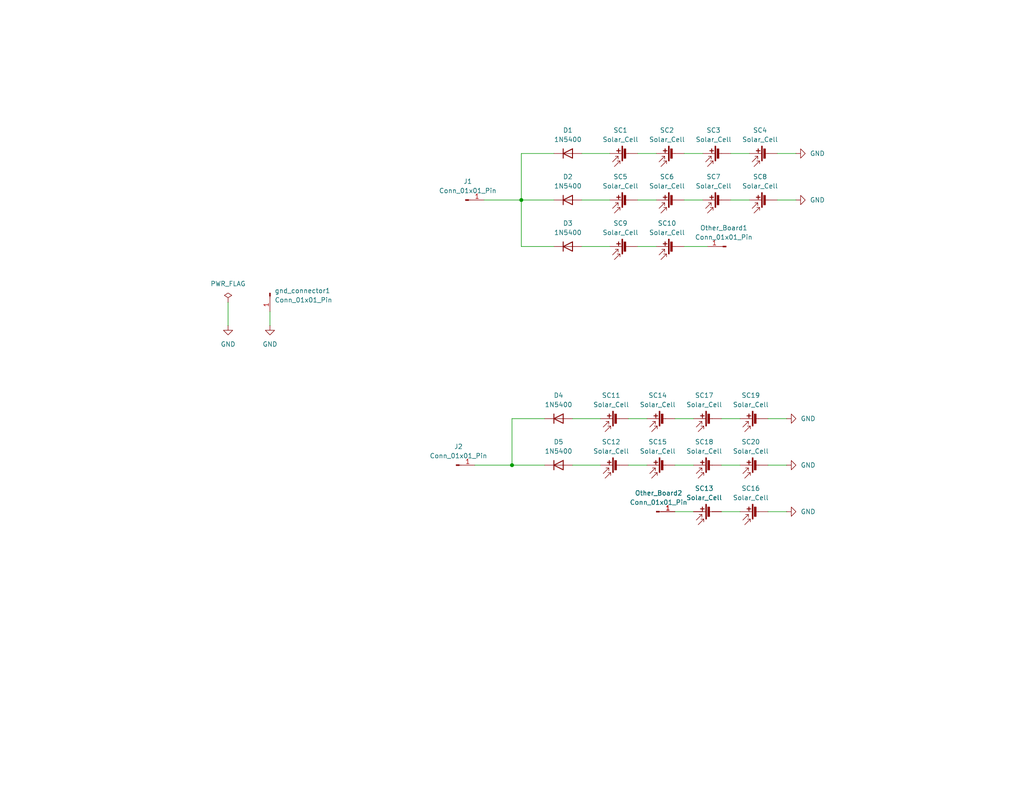
<source format=kicad_sch>
(kicad_sch (version 20250114) (generator "eeschema") (generator_version "9.0")
  (paper "A")
  (lib_symbols
    (symbol "Connector:Conn_01x01_Pin" (pin_names (offset 1.016) (hide yes))
      (property "Reference" "J" (at 0 2.54 0))
      (property "Value" "Conn_01x01_Pin" (at 0 -2.54 0))
      (symbol "Conn_01x01_Pin_1_1"
        (rectangle (start 0.8636 0.127) (end 0 -0.127) (stroke (width 0.1524)) (fill (type outline)))
        (polyline (pts (xy 1.27 0) (xy 0.8636 0)) (stroke (width 0.1524)))
        (pin passive line (at 5.08 0 180) (length 3.81) (name "Pin_1") (number "1"))
      )
    )
    (symbol "Device:IXOLAR" (pin_numbers (hide yes)) (pin_names (offset 0) (hide yes))
      (property "Reference" "SC" (at 2.54 2.54 0))
      (property "Value" "Solar_Cell" (at 2.54 0 0))
      (symbol "IXOLAR_0_1"
        (polyline (pts (xy -2.032 3.048) (xy -2.032 2.286) (xy -2.794 2.286)))
        (polyline (pts (xy -2.032 2.286) (xy -3.556 3.81)))
        (rectangle (start -2.032 1.778) (end 2.032 1.524) (fill (type outline)))
        (rectangle (start -1.3208 1.1938) (end 1.27 0.6858) (fill (type outline)))
        (polyline (pts (xy -0.762 3.556) (xy -0.762 2.794) (xy -1.524 2.794)))
        (polyline (pts (xy -0.762 2.794) (xy -2.286 4.318)))
        (polyline (pts (xy 0 1.778) (xy 0 2.54)))
        (polyline (pts (xy 0 0.762) (xy 0 0)))
        (polyline (pts (xy 0.254 2.667) (xy 1.27 2.667)) (stroke (width 0.254)))
        (polyline (pts (xy 0.762 3.175) (xy 0.762 2.159)) (stroke (width 0.254)))
      )
      (symbol "IXOLAR_1_1"
        (pin passive line (at 0 5.08 270) (length 2.54) (name "+") (number "1"))
        (pin passive line (at 0 -2.54 90) (length 2.54) (name "-") (number "2"))
      )
    )
    (symbol "Diode:1N5400" (pin_numbers (hide yes)) (pin_names (hide yes))
      (property "Reference" "D" (at 0 2.54 0))
      (property "Value" "1N5400" (at 0 -2.54 0))
      (symbol "1N5400_0_1"
        (polyline (pts (xy -1.27 1.27) (xy -1.27 -1.27)) (stroke (width 0.254)))
        (polyline (pts (xy 1.27 1.27) (xy 1.27 -1.27) (xy -1.27 0) (xy 1.27 1.27)) (stroke (width 0.254)))
        (polyline (pts (xy 1.27 0) (xy -1.27 0)))
      )
      (symbol "1N5400_1_1"
        (pin passive line (at -3.81 0 0) (length 2.54) (name "K") (number "1"))
        (pin passive line (at 3.81 0 180) (length 2.54) (name "A") (number "2"))
      )
    )
    (symbol "power:GND" (power) (pin_numbers (hide yes)) (pin_names (offset 0) (hide yes))
      (property "Value" "GND" (at 0 -3.81 0))
      (symbol "GND_0_1"
        (polyline (pts (xy 0 0) (xy 0 -1.27) (xy 1.27 -1.27) (xy 0 -2.54) (xy -1.27 -1.27) (xy 0 -1.27)))
      )
      (symbol "GND_1_1"
        (pin power_in line (at 0 0 270) (length 0) (name "~") (number "1"))
      )
    )
    (symbol "power:PWR_FLAG" (power) (pin_numbers (hide yes)) (pin_names (offset 0) (hide yes))
      (property "Value" "PWR_FLAG" (at 0 3.81 0))
      (symbol "PWR_FLAG_0_0"
        (pin power_out line (at 0 0 90) (length 0) (name "~") (number "1"))
      )
      (symbol "PWR_FLAG_0_1"
        (polyline (pts (xy 0 0) (xy 0 1.27) (xy -1.016 1.905) (xy 0 2.54) (xy 1.016 1.905) (xy 0 1.27)))
      )
    )
  )
  (junction (at 139.7 127))
  (junction (at 142.24 54.61))
  (wire (pts (xy 186.69 41.91) (xy 191.77 41.91)))
  (wire (pts (xy 184.15 114.3) (xy 189.23 114.3)))
  (wire (pts (xy 173.99 54.61) (xy 179.07 54.61)))
  (wire (pts (xy 142.24 67.31) (xy 151.13 67.31)))
  (wire (pts (xy 139.7 127) (xy 148.59 127)))
  (wire (pts (xy 171.45 114.3) (xy 176.53 114.3)))
  (wire (pts (xy 158.75 54.61) (xy 166.37 54.61)))
  (wire (pts (xy 166.37 41.91) (xy 158.75 41.91)))
  (wire (pts (xy 163.83 114.3) (xy 156.21 114.3)))
  (wire (pts (xy 209.55 127) (xy 214.63 127)))
  (wire (pts (xy 142.24 41.91) (xy 142.24 54.61)))
  (wire (pts (xy 139.7 114.3) (xy 139.7 127)))
  (wire (pts (xy 142.24 54.61) (xy 142.24 67.31)))
  (wire (pts (xy 184.15 139.7) (xy 189.23 139.7)))
  (wire (pts (xy 132.08 54.61) (xy 142.24 54.61)))
  (wire (pts (xy 212.09 54.61) (xy 217.17 54.61)))
  (wire (pts (xy 171.45 127) (xy 176.53 127)))
  (wire (pts (xy 209.55 139.7) (xy 214.63 139.7)))
  (wire (pts (xy 142.24 54.61) (xy 151.13 54.61)))
  (wire (pts (xy 196.85 114.3) (xy 201.93 114.3)))
  (wire (pts (xy 156.21 127) (xy 163.83 127)))
  (wire (pts (xy 186.69 54.61) (xy 191.77 54.61)))
  (wire (pts (xy 212.09 41.91) (xy 217.17 41.91)))
  (wire (pts (xy 158.75 67.31) (xy 166.37 67.31)))
  (wire (pts (xy 73.66 85.09) (xy 73.66 88.9)))
  (wire (pts (xy 199.39 41.91) (xy 204.47 41.91)))
  (wire (pts (xy 148.59 114.3) (xy 139.7 114.3)))
  (wire (pts (xy 62.23 82.55) (xy 62.23 88.9)))
  (wire (pts (xy 173.99 41.91) (xy 179.07 41.91)))
  (wire (pts (xy 186.69 67.31) (xy 193.04 67.31)))
  (wire (pts (xy 196.85 127) (xy 201.93 127)))
  (wire (pts (xy 173.99 67.31) (xy 179.07 67.31)))
  (wire (pts (xy 209.55 114.3) (xy 214.63 114.3)))
  (wire (pts (xy 196.85 139.7) (xy 201.93 139.7)))
  (wire (pts (xy 199.39 54.61) (xy 204.47 54.61)))
  (wire (pts (xy 151.13 41.91) (xy 142.24 41.91)))
  (wire (pts (xy 129.54 127) (xy 139.7 127)))
  (wire (pts (xy 184.15 127) (xy 189.23 127)))
  (symbol (lib_id "Device:IXOLAR") (at 207.01 139.7 90) (unit 1)
    (property "Reference" "SC16" (at 204.851 133.35 90))
    (property "Value" "Solar_Cell" (at 204.851 135.89 90))
    (property "Footprint" "solar_cells:XOLAR_SM401K08TF" (effects (hide yes)))
    (property "Datasheet" "kicad-embed://SM401K08TF DATA SHEET 202105.pdf" (effects (hide yes)))
    (property "Description" "Single solar cell" (effects (hide yes)))
  )
  (symbol (lib_id "Device:IXOLAR") (at 168.91 127 90) (unit 1)
    (property "Reference" "SC12" (at 166.751 120.65 90))
    (property "Value" "Solar_Cell" (at 166.751 123.19 90))
    (property "Footprint" "solar_cells:XOLAR_SM401K08TF" (effects (hide yes)))
    (property "Datasheet" "kicad-embed://SM401K08TF DATA SHEET 202105.pdf" (effects (hide yes)))
    (property "Description" "Single solar cell" (effects (hide yes)))
  )
  (symbol (lib_id "power:GND") (at 214.63 139.7 90) (unit 1)
    (property "Reference" "#PWR07" (effects (hide yes)))
    (property "Value" "GND" (at 218.44 139.6999 90) (effects (justify right)))
    (property "Description" "Power symbol creates a global label with name \"GND\" , ground" (effects (hide yes)))
  )
  (symbol (lib_id "Device:IXOLAR") (at 184.15 67.31 90) (unit 1)
    (property "Reference" "SC10" (at 181.991 60.96 90))
    (property "Value" "Solar_Cell" (at 181.991 63.5 90))
    (property "Footprint" "solar_cells:XOLAR_SM401K08TF" (effects (hide yes)))
    (property "Datasheet" "kicad-embed://SM401K08TF DATA SHEET 202105.pdf" (effects (hide yes)))
    (property "Description" "Single solar cell" (effects (hide yes)))
  )
  (symbol (lib_id "Device:IXOLAR") (at 181.61 114.3 90) (unit 1)
    (property "Reference" "SC14" (at 179.451 107.95 90))
    (property "Value" "Solar_Cell" (at 179.451 110.49 90))
    (property "Footprint" "solar_cells:XOLAR_SM401K08TF" (effects (hide yes)))
    (property "Datasheet" "kicad-embed://SM401K08TF DATA SHEET 202105.pdf" (effects (hide yes)))
    (property "Description" "Single solar cell" (effects (hide yes)))
  )
  (symbol (lib_id "Device:IXOLAR") (at 184.15 54.61 90) (unit 1)
    (property "Reference" "SC6" (at 181.991 48.26 90))
    (property "Value" "Solar_Cell" (at 181.991 50.8 90))
    (property "Footprint" "solar_cells:XOLAR_SM401K08TF" (effects (hide yes)))
    (property "Datasheet" "kicad-embed://SM401K08TF DATA SHEET 202105.pdf" (effects (hide yes)))
    (property "Description" "Single solar cell" (effects (hide yes)))
  )
  (symbol (lib_id "power:GND") (at 217.17 41.91 90) (unit 1)
    (property "Reference" "#PWR03" (effects (hide yes)))
    (property "Value" "GND" (at 220.98 41.9099 90) (effects (justify right)))
    (property "Description" "Power symbol creates a global label with name \"GND\" , ground" (effects (hide yes)))
  )
  (symbol (lib_id "Device:IXOLAR") (at 181.61 127 90) (unit 1)
    (property "Reference" "SC15" (at 179.451 120.65 90))
    (property "Value" "Solar_Cell" (at 179.451 123.19 90))
    (property "Footprint" "solar_cells:XOLAR_SM401K08TF" (effects (hide yes)))
    (property "Datasheet" "kicad-embed://SM401K08TF DATA SHEET 202105.pdf" (effects (hide yes)))
    (property "Description" "Single solar cell" (effects (hide yes)))
  )
  (symbol (lib_id "Device:IXOLAR") (at 171.45 67.31 90) (unit 1)
    (property "Reference" "SC9" (at 169.291 60.96 90))
    (property "Value" "Solar_Cell" (at 169.291 63.5 90))
    (property "Footprint" "solar_cells:XOLAR_SM401K08TF" (effects (hide yes)))
    (property "Datasheet" "kicad-embed://SM401K08TF DATA SHEET 202105.pdf" (effects (hide yes)))
    (property "Description" "Single solar cell" (effects (hide yes)))
  )
  (symbol (lib_id "power:GND") (at 217.17 54.61 90) (unit 1)
    (property "Reference" "#PWR02" (effects (hide yes)))
    (property "Value" "GND" (at 220.98 54.6099 90) (effects (justify right)))
    (property "Description" "Power symbol creates a global label with name \"GND\" , ground" (effects (hide yes)))
  )
  (symbol (lib_id "Connector:Conn_01x01_Pin") (at 127 54.61 0) (unit 1)
    (property "Reference" "J1" (at 127.635 49.53 0))
    (property "Value" "Conn_01x01_Pin" (at 127.635 52.07 0))
    (property "Footprint" "Connector_Wire:SolderWirePad_1x01_SMD_5x10mm" (effects (hide yes)))
    (property "Description" "Generic connector, single row, 01x01, script generated" (effects (hide yes)))
  )
  (symbol (lib_id "Device:IXOLAR") (at 209.55 54.61 90) (unit 1)
    (property "Reference" "SC8" (at 207.391 48.26 90))
    (property "Value" "Solar_Cell" (at 207.391 50.8 90))
    (property "Footprint" "solar_cells:XOLAR_SM401K08TF" (effects (hide yes)))
    (property "Datasheet" "kicad-embed://SM401K08TF DATA SHEET 202105.pdf" (effects (hide yes)))
    (property "Description" "Single solar cell" (effects (hide yes)))
  )
  (symbol (lib_id "power:GND") (at 62.23 88.9 0) (unit 1)
    (property "Reference" "#PWR01" (effects (hide yes)))
    (property "Value" "GND" (at 62.23 93.98 0))
    (property "Description" "Power symbol creates a global label with name \"GND\" , ground" (effects (hide yes)))
  )
  (symbol (lib_id "Diode:1N5400") (at 152.4 114.3 0) (unit 1)
    (property "Reference" "D4" (at 152.4 107.95 0))
    (property "Value" "1N5400" (at 152.4 110.49 0))
    (property "Footprint" "Diode_THT:D_DO-201AD_P15.24mm_Horizontal" (effects (hide yes)))
    (property "Datasheet" "http://www.vishay.com/docs/88516/1n5400.pdf" (effects (hide yes)))
    (property "Description" "50V 3A General Purpose Rectifier Diode, DO-201AD" (effects (hide yes)))
    (property "Sim.Device" "D" (effects (hide yes)))
    (property "Sim.Pins" "1=K 2=A" (effects (hide yes)))
  )
  (symbol (lib_id "Device:IXOLAR") (at 209.55 41.91 90) (unit 1)
    (property "Reference" "SC4" (at 207.391 35.56 90))
    (property "Value" "Solar_Cell" (at 207.391 38.1 90))
    (property "Footprint" "solar_cells:XOLAR_SM401K08TF" (effects (hide yes)))
    (property "Datasheet" "kicad-embed://SM401K08TF DATA SHEET 202105.pdf" (effects (hide yes)))
    (property "Description" "Single solar cell" (effects (hide yes)))
  )
  (symbol (lib_id "power:GND") (at 214.63 114.3 90) (unit 1)
    (property "Reference" "#PWR04" (effects (hide yes)))
    (property "Value" "GND" (at 218.44 114.2999 90) (effects (justify right)))
    (property "Description" "Power symbol creates a global label with name \"GND\" , ground" (effects (hide yes)))
  )
  (symbol (lib_id "power:GND") (at 73.66 88.9 0) (unit 1)
    (property "Reference" "#PWR06" (effects (hide yes)))
    (property "Value" "GND" (at 73.66 93.98 0))
    (property "Description" "Power symbol creates a global label with name \"GND\" , ground" (effects (hide yes)))
  )
  (symbol (lib_id "Device:IXOLAR") (at 171.45 41.91 90) (unit 1)
    (property "Reference" "SC1" (at 169.291 35.56 90))
    (property "Value" "Solar_Cell" (at 169.291 38.1 90))
    (property "Footprint" "solar_cells:XOLAR_SM401K08TF" (effects (hide yes)))
    (property "Datasheet" "kicad-embed://SM401K08TF DATA SHEET 202105.pdf" (effects (hide yes)))
    (property "Description" "Single solar cell" (effects (hide yes)))
  )
  (symbol (lib_id "Device:IXOLAR") (at 196.85 41.91 90) (unit 1)
    (property "Reference" "SC3" (at 194.691 35.56 90))
    (property "Value" "Solar_Cell" (at 194.691 38.1 90))
    (property "Footprint" "solar_cells:XOLAR_SM401K08TF" (effects (hide yes)))
    (property "Datasheet" "kicad-embed://SM401K08TF DATA SHEET 202105.pdf" (effects (hide yes)))
    (property "Description" "Single solar cell" (effects (hide yes)))
  )
  (symbol (lib_id "Connector:Conn_01x01_Pin") (at 179.07 139.7 0) (unit 1)
    (property "Reference" "Other_Board2" (at 179.705 134.62 0))
    (property "Value" "Conn_01x01_Pin" (at 179.705 137.16 0))
    (property "Footprint" "Connector_Wire:SolderWirePad_1x01_SMD_5x10mm" (effects (hide yes)))
    (property "Description" "Generic connector, single row, 01x01, script generated" (effects (hide yes)))
  )
  (symbol (lib_id "power:GND") (at 214.63 127 90) (unit 1)
    (property "Reference" "#PWR05" (effects (hide yes)))
    (property "Value" "GND" (at 218.44 126.9999 90) (effects (justify right)))
    (property "Description" "Power symbol creates a global label with name \"GND\" , ground" (effects (hide yes)))
  )
  (symbol (lib_id "Connector:Conn_01x01_Pin") (at 73.66 80.01 270) (unit 1)
    (property "Reference" "gnd_connector1" (at 74.93 79.3749 90) (effects (justify left)))
    (property "Value" "Conn_01x01_Pin" (at 74.93 81.9149 90) (effects (justify left)))
    (property "Footprint" "Connector_Wire:SolderWirePad_1x01_SMD_5x10mm" (effects (hide yes)))
    (property "Description" "Generic connector, single row, 01x01, script generated" (effects (hide yes)))
  )
  (symbol (lib_id "Device:IXOLAR") (at 168.91 114.3 90) (unit 1)
    (property "Reference" "SC11" (at 166.751 107.95 90))
    (property "Value" "Solar_Cell" (at 166.751 110.49 90))
    (property "Footprint" "solar_cells:XOLAR_SM401K08TF" (effects (hide yes)))
    (property "Datasheet" "kicad-embed://SM401K08TF DATA SHEET 202105.pdf" (effects (hide yes)))
    (property "Description" "Single solar cell" (effects (hide yes)))
  )
  (symbol (lib_id "Diode:1N5400") (at 152.4 127 0) (unit 1)
    (property "Reference" "D5" (at 152.4 120.65 0))
    (property "Value" "1N5400" (at 152.4 123.19 0))
    (property "Footprint" "Diode_THT:D_DO-201AD_P15.24mm_Horizontal" (effects (hide yes)))
    (property "Datasheet" "http://www.vishay.com/docs/88516/1n5400.pdf" (effects (hide yes)))
    (property "Description" "50V 3A General Purpose Rectifier Diode, DO-201AD" (effects (hide yes)))
    (property "Sim.Device" "D" (effects (hide yes)))
    (property "Sim.Pins" "1=K 2=A" (effects (hide yes)))
  )
  (symbol (lib_id "Diode:1N5400") (at 154.94 41.91 0) (unit 1)
    (property "Reference" "D1" (at 154.94 35.56 0))
    (property "Value" "1N5400" (at 154.94 38.1 0))
    (property "Footprint" "Diode_THT:D_DO-201AD_P15.24mm_Horizontal" (effects (hide yes)))
    (property "Datasheet" "http://www.vishay.com/docs/88516/1n5400.pdf" (effects (hide yes)))
    (property "Description" "50V 3A General Purpose Rectifier Diode, DO-201AD" (effects (hide yes)))
    (property "Sim.Device" "D" (effects (hide yes)))
    (property "Sim.Pins" "1=K 2=A" (effects (hide yes)))
  )
  (symbol (lib_id "Diode:1N5400") (at 154.94 67.31 0) (unit 1)
    (property "Reference" "D3" (at 154.94 60.96 0))
    (property "Value" "1N5400" (at 154.94 63.5 0))
    (property "Footprint" "Diode_THT:D_DO-201AD_P15.24mm_Horizontal" (effects (hide yes)))
    (property "Datasheet" "http://www.vishay.com/docs/88516/1n5400.pdf" (effects (hide yes)))
    (property "Description" "50V 3A General Purpose Rectifier Diode, DO-201AD" (effects (hide yes)))
    (property "Sim.Device" "D" (effects (hide yes)))
    (property "Sim.Pins" "1=K 2=A" (effects (hide yes)))
  )
  (symbol (lib_id "Device:IXOLAR") (at 194.31 139.7 90) (unit 1)
    (property "Reference" "SC13" (at 192.151 133.35 90))
    (property "Value" "Solar_Cell" (at 192.151 135.89 90))
    (property "Footprint" "solar_cells:XOLAR_SM401K08TF" (effects (hide yes)))
    (property "Datasheet" "kicad-embed://SM401K08TF DATA SHEET 202105.pdf" (effects (hide yes)))
    (property "Description" "Single solar cell" (effects (hide yes)))
  )
  (symbol (lib_id "power:PWR_FLAG") (at 62.23 82.55 0) (unit 1)
    (property "Reference" "#FLG01" (effects (hide yes)))
    (property "Value" "PWR_FLAG" (at 62.23 77.47 0))
    (property "Description" "Special symbol for telling ERC where power comes from" (effects (hide yes)))
  )
  (symbol (lib_id "Connector:Conn_01x01_Pin") (at 198.12 67.31 180) (unit 1)
    (property "Reference" "Other_Board1" (at 197.485 62.23 0))
    (property "Value" "Conn_01x01_Pin" (at 197.485 64.77 0))
    (property "Footprint" "Connector_Wire:SolderWirePad_1x01_SMD_5x10mm" (effects (hide yes)))
    (property "Description" "Generic connector, single row, 01x01, script generated" (effects (hide yes)))
  )
  (symbol (lib_id "Connector:Conn_01x01_Pin") (at 124.46 127 0) (unit 1)
    (property "Reference" "J2" (at 125.095 121.92 0))
    (property "Value" "Conn_01x01_Pin" (at 125.095 124.46 0))
    (property "Footprint" "Connector_Wire:SolderWirePad_1x01_SMD_5x10mm" (effects (hide yes)))
    (property "Description" "Generic connector, single row, 01x01, script generated" (effects (hide yes)))
  )
  (symbol (lib_id "Device:IXOLAR") (at 171.45 54.61 90) (unit 1)
    (property "Reference" "SC5" (at 169.291 48.26 90))
    (property "Value" "Solar_Cell" (at 169.291 50.8 90))
    (property "Footprint" "solar_cells:XOLAR_SM401K08TF" (effects (hide yes)))
    (property "Datasheet" "kicad-embed://SM401K08TF DATA SHEET 202105.pdf" (effects (hide yes)))
    (property "Description" "Single solar cell" (effects (hide yes)))
  )
  (symbol (lib_id "Device:IXOLAR") (at 207.01 114.3 90) (unit 1)
    (property "Reference" "SC19" (at 204.851 107.95 90))
    (property "Value" "Solar_Cell" (at 204.851 110.49 90))
    (property "Footprint" "solar_cells:XOLAR_SM401K08TF" (effects (hide yes)))
    (property "Datasheet" "kicad-embed://SM401K08TF DATA SHEET 202105.pdf" (effects (hide yes)))
    (property "Description" "Single solar cell" (effects (hide yes)))
  )
  (symbol (lib_id "Device:IXOLAR") (at 194.31 127 90) (unit 1)
    (property "Reference" "SC18" (at 192.151 120.65 90))
    (property "Value" "Solar_Cell" (at 192.151 123.19 90))
    (property "Footprint" "solar_cells:XOLAR_SM401K08TF" (effects (hide yes)))
    (property "Datasheet" "kicad-embed://SM401K08TF DATA SHEET 202105.pdf" (effects (hide yes)))
    (property "Description" "Single solar cell" (effects (hide yes)))
  )
  (symbol (lib_id "Device:IXOLAR") (at 196.85 54.61 90) (unit 1)
    (property "Reference" "SC7" (at 194.691 48.26 90))
    (property "Value" "Solar_Cell" (at 194.691 50.8 90))
    (property "Footprint" "solar_cells:XOLAR_SM401K08TF" (effects (hide yes)))
    (property "Datasheet" "kicad-embed://SM401K08TF DATA SHEET 202105.pdf" (effects (hide yes)))
    (property "Description" "Single solar cell" (effects (hide yes)))
  )
  (symbol (lib_id "Diode:1N5400") (at 154.94 54.61 0) (unit 1)
    (property "Reference" "D2" (at 154.94 48.26 0))
    (property "Value" "1N5400" (at 154.94 50.8 0))
    (property "Footprint" "Diode_THT:D_DO-201AD_P15.24mm_Horizontal" (effects (hide yes)))
    (property "Datasheet" "http://www.vishay.com/docs/88516/1n5400.pdf" (effects (hide yes)))
    (property "Description" "50V 3A General Purpose Rectifier Diode, DO-201AD" (effects (hide yes)))
    (property "Sim.Device" "D" (effects (hide yes)))
    (property "Sim.Pins" "1=K 2=A" (effects (hide yes)))
  )
  (symbol (lib_id "Device:IXOLAR") (at 184.15 41.91 90) (unit 1)
    (property "Reference" "SC2" (at 181.991 35.56 90))
    (property "Value" "Solar_Cell" (at 181.991 38.1 90))
    (property "Footprint" "solar_cells:XOLAR_SM401K08TF" (effects (hide yes)))
    (property "Datasheet" "kicad-embed://SM401K08TF DATA SHEET 202105.pdf" (effects (hide yes)))
    (property "Description" "Single solar cell" (effects (hide yes)))
  )
  (symbol (lib_id "Device:IXOLAR") (at 207.01 127 90) (unit 1)
    (property "Reference" "SC20" (at 204.851 120.65 90))
    (property "Value" "Solar_Cell" (at 204.851 123.19 90))
    (property "Footprint" "solar_cells:XOLAR_SM401K08TF" (effects (hide yes)))
    (property "Datasheet" "kicad-embed://SM401K08TF DATA SHEET 202105.pdf" (effects (hide yes)))
    (property "Description" "Single solar cell" (effects (hide yes)))
  )
  (symbol (lib_id "Device:IXOLAR") (at 194.31 114.3 90) (unit 1)
    (property "Reference" "SC17" (at 192.151 107.95 90))
    (property "Value" "Solar_Cell" (at 192.151 110.49 90))
    (property "Footprint" "solar_cells:XOLAR_SM401K08TF" (effects (hide yes)))
    (property "Datasheet" "kicad-embed://SM401K08TF DATA SHEET 202105.pdf" (effects (hide yes)))
    (property "Description" "Single solar cell" (effects (hide yes)))
  )
)
</source>
